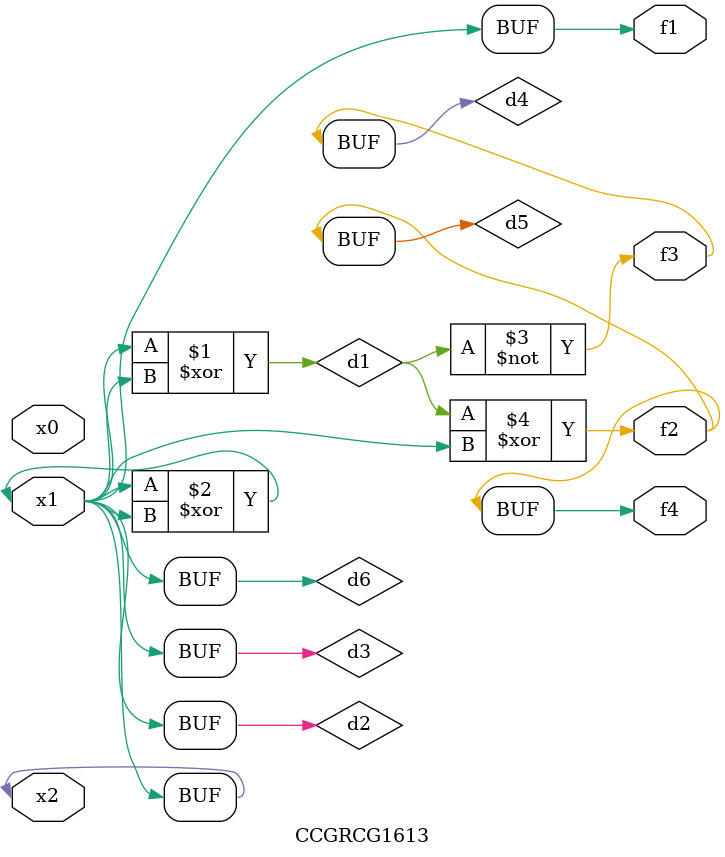
<source format=v>
module CCGRCG1613(
	input x0, x1, x2,
	output f1, f2, f3, f4
);

	wire d1, d2, d3, d4, d5, d6;

	xor (d1, x1, x2);
	buf (d2, x1, x2);
	xor (d3, x1, x2);
	nor (d4, d1);
	xor (d5, d1, d2);
	buf (d6, d2, d3);
	assign f1 = d6;
	assign f2 = d5;
	assign f3 = d4;
	assign f4 = d5;
endmodule

</source>
